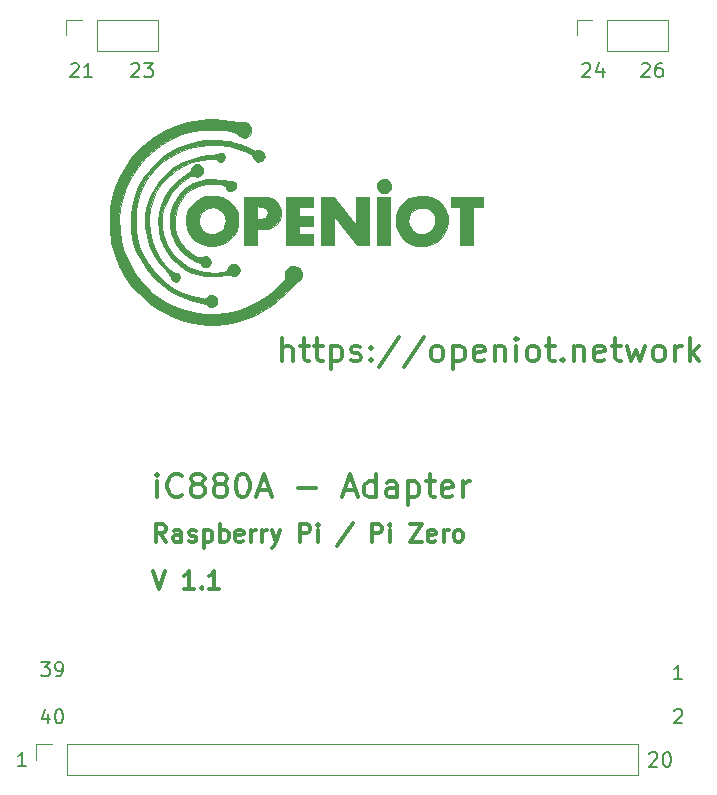
<source format=gto>
G04 #@! TF.GenerationSoftware,KiCad,Pcbnew,(5.0.2)-1*
G04 #@! TF.CreationDate,2019-03-17T11:04:46+01:00*
G04 #@! TF.ProjectId,iC880A_Adapter_V1.1,69433838-3041-45f4-9164-61707465725f,rev?*
G04 #@! TF.SameCoordinates,Original*
G04 #@! TF.FileFunction,Legend,Top*
G04 #@! TF.FilePolarity,Positive*
%FSLAX46Y46*%
G04 Gerber Fmt 4.6, Leading zero omitted, Abs format (unit mm)*
G04 Created by KiCad (PCBNEW (5.0.2)-1) date 17.03.2019 11:04:46*
%MOMM*%
%LPD*%
G01*
G04 APERTURE LIST*
%ADD10C,0.300000*%
%ADD11C,0.200000*%
%ADD12C,0.120000*%
%ADD13C,0.010000*%
%ADD14C,2.802000*%
%ADD15R,1.802000X1.802000*%
%ADD16O,1.802000X1.802000*%
%ADD17C,3.302000*%
G04 APERTURE END LIST*
D10*
X90367777Y-175835251D02*
X90867777Y-177335251D01*
X91367777Y-175835251D01*
X93796348Y-177335251D02*
X92939205Y-177335251D01*
X93367777Y-177335251D02*
X93367777Y-175835251D01*
X93224920Y-176049537D01*
X93082062Y-176192394D01*
X92939205Y-176263822D01*
X94439205Y-177192394D02*
X94510634Y-177263822D01*
X94439205Y-177335251D01*
X94367777Y-177263822D01*
X94439205Y-177192394D01*
X94439205Y-177335251D01*
X95939205Y-177335251D02*
X95082062Y-177335251D01*
X95510634Y-177335251D02*
X95510634Y-175835251D01*
X95367777Y-176049537D01*
X95224920Y-176192394D01*
X95082062Y-176263822D01*
X91439205Y-173335251D02*
X90939205Y-172620965D01*
X90582062Y-173335251D02*
X90582062Y-171835251D01*
X91153491Y-171835251D01*
X91296348Y-171906680D01*
X91367777Y-171978108D01*
X91439205Y-172120965D01*
X91439205Y-172335251D01*
X91367777Y-172478108D01*
X91296348Y-172549537D01*
X91153491Y-172620965D01*
X90582062Y-172620965D01*
X92724920Y-173335251D02*
X92724920Y-172549537D01*
X92653491Y-172406680D01*
X92510634Y-172335251D01*
X92224920Y-172335251D01*
X92082062Y-172406680D01*
X92724920Y-173263822D02*
X92582062Y-173335251D01*
X92224920Y-173335251D01*
X92082062Y-173263822D01*
X92010634Y-173120965D01*
X92010634Y-172978108D01*
X92082062Y-172835251D01*
X92224920Y-172763822D01*
X92582062Y-172763822D01*
X92724920Y-172692394D01*
X93367777Y-173263822D02*
X93510634Y-173335251D01*
X93796348Y-173335251D01*
X93939205Y-173263822D01*
X94010634Y-173120965D01*
X94010634Y-173049537D01*
X93939205Y-172906680D01*
X93796348Y-172835251D01*
X93582062Y-172835251D01*
X93439205Y-172763822D01*
X93367777Y-172620965D01*
X93367777Y-172549537D01*
X93439205Y-172406680D01*
X93582062Y-172335251D01*
X93796348Y-172335251D01*
X93939205Y-172406680D01*
X94653491Y-172335251D02*
X94653491Y-173835251D01*
X94653491Y-172406680D02*
X94796348Y-172335251D01*
X95082062Y-172335251D01*
X95224920Y-172406680D01*
X95296348Y-172478108D01*
X95367777Y-172620965D01*
X95367777Y-173049537D01*
X95296348Y-173192394D01*
X95224920Y-173263822D01*
X95082062Y-173335251D01*
X94796348Y-173335251D01*
X94653491Y-173263822D01*
X96010634Y-173335251D02*
X96010634Y-171835251D01*
X96010634Y-172406680D02*
X96153491Y-172335251D01*
X96439205Y-172335251D01*
X96582062Y-172406680D01*
X96653491Y-172478108D01*
X96724920Y-172620965D01*
X96724920Y-173049537D01*
X96653491Y-173192394D01*
X96582062Y-173263822D01*
X96439205Y-173335251D01*
X96153491Y-173335251D01*
X96010634Y-173263822D01*
X97939205Y-173263822D02*
X97796348Y-173335251D01*
X97510634Y-173335251D01*
X97367777Y-173263822D01*
X97296348Y-173120965D01*
X97296348Y-172549537D01*
X97367777Y-172406680D01*
X97510634Y-172335251D01*
X97796348Y-172335251D01*
X97939205Y-172406680D01*
X98010634Y-172549537D01*
X98010634Y-172692394D01*
X97296348Y-172835251D01*
X98653491Y-173335251D02*
X98653491Y-172335251D01*
X98653491Y-172620965D02*
X98724920Y-172478108D01*
X98796348Y-172406680D01*
X98939205Y-172335251D01*
X99082062Y-172335251D01*
X99582062Y-173335251D02*
X99582062Y-172335251D01*
X99582062Y-172620965D02*
X99653491Y-172478108D01*
X99724920Y-172406680D01*
X99867777Y-172335251D01*
X100010634Y-172335251D01*
X100367777Y-172335251D02*
X100724920Y-173335251D01*
X101082062Y-172335251D02*
X100724920Y-173335251D01*
X100582062Y-173692394D01*
X100510634Y-173763822D01*
X100367777Y-173835251D01*
X102796348Y-173335251D02*
X102796348Y-171835251D01*
X103367777Y-171835251D01*
X103510634Y-171906680D01*
X103582062Y-171978108D01*
X103653491Y-172120965D01*
X103653491Y-172335251D01*
X103582062Y-172478108D01*
X103510634Y-172549537D01*
X103367777Y-172620965D01*
X102796348Y-172620965D01*
X104296348Y-173335251D02*
X104296348Y-172335251D01*
X104296348Y-171835251D02*
X104224920Y-171906680D01*
X104296348Y-171978108D01*
X104367777Y-171906680D01*
X104296348Y-171835251D01*
X104296348Y-171978108D01*
X107224920Y-171763822D02*
X105939205Y-173692394D01*
X108867777Y-173335251D02*
X108867777Y-171835251D01*
X109439205Y-171835251D01*
X109582062Y-171906680D01*
X109653491Y-171978108D01*
X109724920Y-172120965D01*
X109724920Y-172335251D01*
X109653491Y-172478108D01*
X109582062Y-172549537D01*
X109439205Y-172620965D01*
X108867777Y-172620965D01*
X110367777Y-173335251D02*
X110367777Y-172335251D01*
X110367777Y-171835251D02*
X110296348Y-171906680D01*
X110367777Y-171978108D01*
X110439205Y-171906680D01*
X110367777Y-171835251D01*
X110367777Y-171978108D01*
X112082062Y-171835251D02*
X113082062Y-171835251D01*
X112082062Y-173335251D01*
X113082062Y-173335251D01*
X114224920Y-173263822D02*
X114082062Y-173335251D01*
X113796348Y-173335251D01*
X113653491Y-173263822D01*
X113582062Y-173120965D01*
X113582062Y-172549537D01*
X113653491Y-172406680D01*
X113796348Y-172335251D01*
X114082062Y-172335251D01*
X114224920Y-172406680D01*
X114296348Y-172549537D01*
X114296348Y-172692394D01*
X113582062Y-172835251D01*
X114939205Y-173335251D02*
X114939205Y-172335251D01*
X114939205Y-172620965D02*
X115010634Y-172478108D01*
X115082062Y-172406680D01*
X115224920Y-172335251D01*
X115367777Y-172335251D01*
X116082062Y-173335251D02*
X115939205Y-173263822D01*
X115867777Y-173192394D01*
X115796348Y-173049537D01*
X115796348Y-172620965D01*
X115867777Y-172478108D01*
X115939205Y-172406680D01*
X116082062Y-172335251D01*
X116296348Y-172335251D01*
X116439205Y-172406680D01*
X116510634Y-172478108D01*
X116582062Y-172620965D01*
X116582062Y-173049537D01*
X116510634Y-173192394D01*
X116439205Y-173263822D01*
X116296348Y-173335251D01*
X116082062Y-173335251D01*
D11*
X131699714Y-132918142D02*
X131756857Y-132861000D01*
X131871142Y-132803857D01*
X132156857Y-132803857D01*
X132271142Y-132861000D01*
X132328285Y-132918142D01*
X132385428Y-133032428D01*
X132385428Y-133146714D01*
X132328285Y-133318142D01*
X131642571Y-134003857D01*
X132385428Y-134003857D01*
X133414000Y-132803857D02*
X133185428Y-132803857D01*
X133071142Y-132861000D01*
X133014000Y-132918142D01*
X132899714Y-133089571D01*
X132842571Y-133318142D01*
X132842571Y-133775285D01*
X132899714Y-133889571D01*
X132956857Y-133946714D01*
X133071142Y-134003857D01*
X133299714Y-134003857D01*
X133414000Y-133946714D01*
X133471142Y-133889571D01*
X133528285Y-133775285D01*
X133528285Y-133489571D01*
X133471142Y-133375285D01*
X133414000Y-133318142D01*
X133299714Y-133261000D01*
X133071142Y-133261000D01*
X132956857Y-133318142D01*
X132899714Y-133375285D01*
X132842571Y-133489571D01*
X126687714Y-132918142D02*
X126744857Y-132861000D01*
X126859142Y-132803857D01*
X127144857Y-132803857D01*
X127259142Y-132861000D01*
X127316285Y-132918142D01*
X127373428Y-133032428D01*
X127373428Y-133146714D01*
X127316285Y-133318142D01*
X126630571Y-134003857D01*
X127373428Y-134003857D01*
X128402000Y-133203857D02*
X128402000Y-134003857D01*
X128116285Y-132746714D02*
X127830571Y-133603857D01*
X128573428Y-133603857D01*
X88486114Y-132920742D02*
X88543257Y-132863600D01*
X88657542Y-132806457D01*
X88943257Y-132806457D01*
X89057542Y-132863600D01*
X89114685Y-132920742D01*
X89171828Y-133035028D01*
X89171828Y-133149314D01*
X89114685Y-133320742D01*
X88428971Y-134006457D01*
X89171828Y-134006457D01*
X89571828Y-132806457D02*
X90314685Y-132806457D01*
X89914685Y-133263600D01*
X90086114Y-133263600D01*
X90200400Y-133320742D01*
X90257542Y-133377885D01*
X90314685Y-133492171D01*
X90314685Y-133777885D01*
X90257542Y-133892171D01*
X90200400Y-133949314D01*
X90086114Y-134006457D01*
X89743257Y-134006457D01*
X89628971Y-133949314D01*
X89571828Y-133892171D01*
X83379714Y-132920742D02*
X83436857Y-132863600D01*
X83551142Y-132806457D01*
X83836857Y-132806457D01*
X83951142Y-132863600D01*
X84008285Y-132920742D01*
X84065428Y-133035028D01*
X84065428Y-133149314D01*
X84008285Y-133320742D01*
X83322571Y-134006457D01*
X84065428Y-134006457D01*
X85208285Y-134006457D02*
X84522571Y-134006457D01*
X84865428Y-134006457D02*
X84865428Y-132806457D01*
X84751142Y-132977885D01*
X84636857Y-133092171D01*
X84522571Y-133149314D01*
X132353634Y-191287142D02*
X132410777Y-191230000D01*
X132525062Y-191172857D01*
X132810777Y-191172857D01*
X132925062Y-191230000D01*
X132982205Y-191287142D01*
X133039348Y-191401428D01*
X133039348Y-191515714D01*
X132982205Y-191687142D01*
X132296491Y-192372857D01*
X133039348Y-192372857D01*
X133782205Y-191172857D02*
X133896491Y-191172857D01*
X134010777Y-191230000D01*
X134067920Y-191287142D01*
X134125062Y-191401428D01*
X134182205Y-191630000D01*
X134182205Y-191915714D01*
X134125062Y-192144285D01*
X134067920Y-192258571D01*
X134010777Y-192315714D01*
X133896491Y-192372857D01*
X133782205Y-192372857D01*
X133667920Y-192315714D01*
X133610777Y-192258571D01*
X133553634Y-192144285D01*
X133496491Y-191915714D01*
X133496491Y-191630000D01*
X133553634Y-191401428D01*
X133610777Y-191287142D01*
X133667920Y-191230000D01*
X133782205Y-191172857D01*
X79610777Y-192329537D02*
X78925062Y-192329537D01*
X79267920Y-192329537D02*
X79267920Y-191129537D01*
X79153634Y-191300965D01*
X79039348Y-191415251D01*
X78925062Y-191472394D01*
X81465062Y-187921537D02*
X81465062Y-188721537D01*
X81179348Y-187464394D02*
X80893634Y-188321537D01*
X81636491Y-188321537D01*
X82322205Y-187521537D02*
X82436491Y-187521537D01*
X82550777Y-187578680D01*
X82607920Y-187635822D01*
X82665062Y-187750108D01*
X82722205Y-187978680D01*
X82722205Y-188264394D01*
X82665062Y-188492965D01*
X82607920Y-188607251D01*
X82550777Y-188664394D01*
X82436491Y-188721537D01*
X82322205Y-188721537D01*
X82207920Y-188664394D01*
X82150777Y-188607251D01*
X82093634Y-188492965D01*
X82036491Y-188264394D01*
X82036491Y-187978680D01*
X82093634Y-187750108D01*
X82150777Y-187635822D01*
X82207920Y-187578680D01*
X82322205Y-187521537D01*
X80836491Y-183521537D02*
X81579348Y-183521537D01*
X81179348Y-183978680D01*
X81350777Y-183978680D01*
X81465062Y-184035822D01*
X81522205Y-184092965D01*
X81579348Y-184207251D01*
X81579348Y-184492965D01*
X81522205Y-184607251D01*
X81465062Y-184664394D01*
X81350777Y-184721537D01*
X81007920Y-184721537D01*
X80893634Y-184664394D01*
X80836491Y-184607251D01*
X82150777Y-184721537D02*
X82379348Y-184721537D01*
X82493634Y-184664394D01*
X82550777Y-184607251D01*
X82665062Y-184435822D01*
X82722205Y-184207251D01*
X82722205Y-183750108D01*
X82665062Y-183635822D01*
X82607920Y-183578680D01*
X82493634Y-183521537D01*
X82265062Y-183521537D01*
X82150777Y-183578680D01*
X82093634Y-183635822D01*
X82036491Y-183750108D01*
X82036491Y-184035822D01*
X82093634Y-184150108D01*
X82150777Y-184207251D01*
X82265062Y-184264394D01*
X82493634Y-184264394D01*
X82607920Y-184207251D01*
X82665062Y-184150108D01*
X82722205Y-184035822D01*
X134475062Y-187635822D02*
X134532205Y-187578680D01*
X134646491Y-187521537D01*
X134932205Y-187521537D01*
X135046491Y-187578680D01*
X135103634Y-187635822D01*
X135160777Y-187750108D01*
X135160777Y-187864394D01*
X135103634Y-188035822D01*
X134417920Y-188721537D01*
X135160777Y-188721537D01*
D10*
X90701110Y-169561441D02*
X90701110Y-168228108D01*
X90701110Y-167561441D02*
X90605872Y-167656680D01*
X90701110Y-167751918D01*
X90796348Y-167656680D01*
X90701110Y-167561441D01*
X90701110Y-167751918D01*
X92796348Y-169370965D02*
X92701110Y-169466203D01*
X92415396Y-169561441D01*
X92224920Y-169561441D01*
X91939205Y-169466203D01*
X91748729Y-169275727D01*
X91653491Y-169085251D01*
X91558253Y-168704299D01*
X91558253Y-168418584D01*
X91653491Y-168037632D01*
X91748729Y-167847156D01*
X91939205Y-167656680D01*
X92224920Y-167561441D01*
X92415396Y-167561441D01*
X92701110Y-167656680D01*
X92796348Y-167751918D01*
X93939205Y-168418584D02*
X93748729Y-168323346D01*
X93653491Y-168228108D01*
X93558253Y-168037632D01*
X93558253Y-167942394D01*
X93653491Y-167751918D01*
X93748729Y-167656680D01*
X93939205Y-167561441D01*
X94320158Y-167561441D01*
X94510634Y-167656680D01*
X94605872Y-167751918D01*
X94701110Y-167942394D01*
X94701110Y-168037632D01*
X94605872Y-168228108D01*
X94510634Y-168323346D01*
X94320158Y-168418584D01*
X93939205Y-168418584D01*
X93748729Y-168513822D01*
X93653491Y-168609060D01*
X93558253Y-168799537D01*
X93558253Y-169180489D01*
X93653491Y-169370965D01*
X93748729Y-169466203D01*
X93939205Y-169561441D01*
X94320158Y-169561441D01*
X94510634Y-169466203D01*
X94605872Y-169370965D01*
X94701110Y-169180489D01*
X94701110Y-168799537D01*
X94605872Y-168609060D01*
X94510634Y-168513822D01*
X94320158Y-168418584D01*
X95843967Y-168418584D02*
X95653491Y-168323346D01*
X95558253Y-168228108D01*
X95463015Y-168037632D01*
X95463015Y-167942394D01*
X95558253Y-167751918D01*
X95653491Y-167656680D01*
X95843967Y-167561441D01*
X96224920Y-167561441D01*
X96415396Y-167656680D01*
X96510634Y-167751918D01*
X96605872Y-167942394D01*
X96605872Y-168037632D01*
X96510634Y-168228108D01*
X96415396Y-168323346D01*
X96224920Y-168418584D01*
X95843967Y-168418584D01*
X95653491Y-168513822D01*
X95558253Y-168609060D01*
X95463015Y-168799537D01*
X95463015Y-169180489D01*
X95558253Y-169370965D01*
X95653491Y-169466203D01*
X95843967Y-169561441D01*
X96224920Y-169561441D01*
X96415396Y-169466203D01*
X96510634Y-169370965D01*
X96605872Y-169180489D01*
X96605872Y-168799537D01*
X96510634Y-168609060D01*
X96415396Y-168513822D01*
X96224920Y-168418584D01*
X97843967Y-167561441D02*
X98034443Y-167561441D01*
X98224920Y-167656680D01*
X98320158Y-167751918D01*
X98415396Y-167942394D01*
X98510634Y-168323346D01*
X98510634Y-168799537D01*
X98415396Y-169180489D01*
X98320158Y-169370965D01*
X98224920Y-169466203D01*
X98034443Y-169561441D01*
X97843967Y-169561441D01*
X97653491Y-169466203D01*
X97558253Y-169370965D01*
X97463015Y-169180489D01*
X97367777Y-168799537D01*
X97367777Y-168323346D01*
X97463015Y-167942394D01*
X97558253Y-167751918D01*
X97653491Y-167656680D01*
X97843967Y-167561441D01*
X99272539Y-168990013D02*
X100224920Y-168990013D01*
X99082062Y-169561441D02*
X99748729Y-167561441D01*
X100415396Y-169561441D01*
X102605872Y-168799537D02*
X104129681Y-168799537D01*
X106510634Y-168990013D02*
X107463015Y-168990013D01*
X106320158Y-169561441D02*
X106986824Y-167561441D01*
X107653491Y-169561441D01*
X109177300Y-169561441D02*
X109177300Y-167561441D01*
X109177300Y-169466203D02*
X108986824Y-169561441D01*
X108605872Y-169561441D01*
X108415396Y-169466203D01*
X108320158Y-169370965D01*
X108224920Y-169180489D01*
X108224920Y-168609060D01*
X108320158Y-168418584D01*
X108415396Y-168323346D01*
X108605872Y-168228108D01*
X108986824Y-168228108D01*
X109177300Y-168323346D01*
X110986824Y-169561441D02*
X110986824Y-168513822D01*
X110891586Y-168323346D01*
X110701110Y-168228108D01*
X110320158Y-168228108D01*
X110129681Y-168323346D01*
X110986824Y-169466203D02*
X110796348Y-169561441D01*
X110320158Y-169561441D01*
X110129681Y-169466203D01*
X110034443Y-169275727D01*
X110034443Y-169085251D01*
X110129681Y-168894775D01*
X110320158Y-168799537D01*
X110796348Y-168799537D01*
X110986824Y-168704299D01*
X111939205Y-168228108D02*
X111939205Y-170228108D01*
X111939205Y-168323346D02*
X112129681Y-168228108D01*
X112510634Y-168228108D01*
X112701110Y-168323346D01*
X112796348Y-168418584D01*
X112891586Y-168609060D01*
X112891586Y-169180489D01*
X112796348Y-169370965D01*
X112701110Y-169466203D01*
X112510634Y-169561441D01*
X112129681Y-169561441D01*
X111939205Y-169466203D01*
X113463015Y-168228108D02*
X114224920Y-168228108D01*
X113748729Y-167561441D02*
X113748729Y-169275727D01*
X113843967Y-169466203D01*
X114034443Y-169561441D01*
X114224920Y-169561441D01*
X115653491Y-169466203D02*
X115463015Y-169561441D01*
X115082062Y-169561441D01*
X114891586Y-169466203D01*
X114796348Y-169275727D01*
X114796348Y-168513822D01*
X114891586Y-168323346D01*
X115082062Y-168228108D01*
X115463015Y-168228108D01*
X115653491Y-168323346D01*
X115748729Y-168513822D01*
X115748729Y-168704299D01*
X114796348Y-168894775D01*
X116605872Y-169561441D02*
X116605872Y-168228108D01*
X116605872Y-168609060D02*
X116701110Y-168418584D01*
X116796348Y-168323346D01*
X116986824Y-168228108D01*
X117177300Y-168228108D01*
X101292971Y-158063761D02*
X101292971Y-156063761D01*
X102150114Y-158063761D02*
X102150114Y-157016142D01*
X102054876Y-156825666D01*
X101864400Y-156730428D01*
X101578685Y-156730428D01*
X101388209Y-156825666D01*
X101292971Y-156920904D01*
X102816780Y-156730428D02*
X103578685Y-156730428D01*
X103102495Y-156063761D02*
X103102495Y-157778047D01*
X103197733Y-157968523D01*
X103388209Y-158063761D01*
X103578685Y-158063761D01*
X103959638Y-156730428D02*
X104721542Y-156730428D01*
X104245352Y-156063761D02*
X104245352Y-157778047D01*
X104340590Y-157968523D01*
X104531066Y-158063761D01*
X104721542Y-158063761D01*
X105388209Y-156730428D02*
X105388209Y-158730428D01*
X105388209Y-156825666D02*
X105578685Y-156730428D01*
X105959638Y-156730428D01*
X106150114Y-156825666D01*
X106245352Y-156920904D01*
X106340590Y-157111380D01*
X106340590Y-157682809D01*
X106245352Y-157873285D01*
X106150114Y-157968523D01*
X105959638Y-158063761D01*
X105578685Y-158063761D01*
X105388209Y-157968523D01*
X107102495Y-157968523D02*
X107292971Y-158063761D01*
X107673923Y-158063761D01*
X107864400Y-157968523D01*
X107959638Y-157778047D01*
X107959638Y-157682809D01*
X107864400Y-157492333D01*
X107673923Y-157397095D01*
X107388209Y-157397095D01*
X107197733Y-157301857D01*
X107102495Y-157111380D01*
X107102495Y-157016142D01*
X107197733Y-156825666D01*
X107388209Y-156730428D01*
X107673923Y-156730428D01*
X107864400Y-156825666D01*
X108816780Y-157873285D02*
X108912019Y-157968523D01*
X108816780Y-158063761D01*
X108721542Y-157968523D01*
X108816780Y-157873285D01*
X108816780Y-158063761D01*
X108816780Y-156825666D02*
X108912019Y-156920904D01*
X108816780Y-157016142D01*
X108721542Y-156920904D01*
X108816780Y-156825666D01*
X108816780Y-157016142D01*
X111197733Y-155968523D02*
X109483447Y-158539952D01*
X113292971Y-155968523D02*
X111578685Y-158539952D01*
X114245352Y-158063761D02*
X114054876Y-157968523D01*
X113959638Y-157873285D01*
X113864400Y-157682809D01*
X113864400Y-157111380D01*
X113959638Y-156920904D01*
X114054876Y-156825666D01*
X114245352Y-156730428D01*
X114531066Y-156730428D01*
X114721542Y-156825666D01*
X114816780Y-156920904D01*
X114912019Y-157111380D01*
X114912019Y-157682809D01*
X114816780Y-157873285D01*
X114721542Y-157968523D01*
X114531066Y-158063761D01*
X114245352Y-158063761D01*
X115769161Y-156730428D02*
X115769161Y-158730428D01*
X115769161Y-156825666D02*
X115959638Y-156730428D01*
X116340590Y-156730428D01*
X116531066Y-156825666D01*
X116626304Y-156920904D01*
X116721542Y-157111380D01*
X116721542Y-157682809D01*
X116626304Y-157873285D01*
X116531066Y-157968523D01*
X116340590Y-158063761D01*
X115959638Y-158063761D01*
X115769161Y-157968523D01*
X118340590Y-157968523D02*
X118150114Y-158063761D01*
X117769161Y-158063761D01*
X117578685Y-157968523D01*
X117483447Y-157778047D01*
X117483447Y-157016142D01*
X117578685Y-156825666D01*
X117769161Y-156730428D01*
X118150114Y-156730428D01*
X118340590Y-156825666D01*
X118435828Y-157016142D01*
X118435828Y-157206619D01*
X117483447Y-157397095D01*
X119292971Y-156730428D02*
X119292971Y-158063761D01*
X119292971Y-156920904D02*
X119388209Y-156825666D01*
X119578685Y-156730428D01*
X119864400Y-156730428D01*
X120054876Y-156825666D01*
X120150114Y-157016142D01*
X120150114Y-158063761D01*
X121102495Y-158063761D02*
X121102495Y-156730428D01*
X121102495Y-156063761D02*
X121007257Y-156159000D01*
X121102495Y-156254238D01*
X121197733Y-156159000D01*
X121102495Y-156063761D01*
X121102495Y-156254238D01*
X122340590Y-158063761D02*
X122150114Y-157968523D01*
X122054876Y-157873285D01*
X121959638Y-157682809D01*
X121959638Y-157111380D01*
X122054876Y-156920904D01*
X122150114Y-156825666D01*
X122340590Y-156730428D01*
X122626304Y-156730428D01*
X122816780Y-156825666D01*
X122912019Y-156920904D01*
X123007257Y-157111380D01*
X123007257Y-157682809D01*
X122912019Y-157873285D01*
X122816780Y-157968523D01*
X122626304Y-158063761D01*
X122340590Y-158063761D01*
X123578685Y-156730428D02*
X124340590Y-156730428D01*
X123864400Y-156063761D02*
X123864400Y-157778047D01*
X123959638Y-157968523D01*
X124150114Y-158063761D01*
X124340590Y-158063761D01*
X125007257Y-157873285D02*
X125102495Y-157968523D01*
X125007257Y-158063761D01*
X124912019Y-157968523D01*
X125007257Y-157873285D01*
X125007257Y-158063761D01*
X125959638Y-156730428D02*
X125959638Y-158063761D01*
X125959638Y-156920904D02*
X126054876Y-156825666D01*
X126245352Y-156730428D01*
X126531066Y-156730428D01*
X126721542Y-156825666D01*
X126816780Y-157016142D01*
X126816780Y-158063761D01*
X128531066Y-157968523D02*
X128340590Y-158063761D01*
X127959638Y-158063761D01*
X127769161Y-157968523D01*
X127673923Y-157778047D01*
X127673923Y-157016142D01*
X127769161Y-156825666D01*
X127959638Y-156730428D01*
X128340590Y-156730428D01*
X128531066Y-156825666D01*
X128626304Y-157016142D01*
X128626304Y-157206619D01*
X127673923Y-157397095D01*
X129197733Y-156730428D02*
X129959638Y-156730428D01*
X129483447Y-156063761D02*
X129483447Y-157778047D01*
X129578685Y-157968523D01*
X129769161Y-158063761D01*
X129959638Y-158063761D01*
X130435828Y-156730428D02*
X130816780Y-158063761D01*
X131197733Y-157111380D01*
X131578685Y-158063761D01*
X131959638Y-156730428D01*
X133007257Y-158063761D02*
X132816780Y-157968523D01*
X132721542Y-157873285D01*
X132626304Y-157682809D01*
X132626304Y-157111380D01*
X132721542Y-156920904D01*
X132816780Y-156825666D01*
X133007257Y-156730428D01*
X133292971Y-156730428D01*
X133483447Y-156825666D01*
X133578685Y-156920904D01*
X133673923Y-157111380D01*
X133673923Y-157682809D01*
X133578685Y-157873285D01*
X133483447Y-157968523D01*
X133292971Y-158063761D01*
X133007257Y-158063761D01*
X134531066Y-158063761D02*
X134531066Y-156730428D01*
X134531066Y-157111380D02*
X134626304Y-156920904D01*
X134721542Y-156825666D01*
X134912019Y-156730428D01*
X135102495Y-156730428D01*
X135769161Y-158063761D02*
X135769161Y-156063761D01*
X135959638Y-157301857D02*
X136531066Y-158063761D01*
X136531066Y-156730428D02*
X135769161Y-157492333D01*
D11*
X135160777Y-184971537D02*
X134475062Y-184971537D01*
X134817920Y-184971537D02*
X134817920Y-183771537D01*
X134703634Y-183942965D01*
X134589348Y-184057251D01*
X134475062Y-184114394D01*
D12*
G04 #@! TO.C,J2*
X80437920Y-191786680D02*
X80437920Y-190456680D01*
X80437920Y-190456680D02*
X81767920Y-190456680D01*
X83037920Y-190456680D02*
X131357920Y-190456680D01*
X131357920Y-193116680D02*
X131357920Y-190456680D01*
X83037920Y-193116680D02*
X131357920Y-193116680D01*
X83037920Y-193116680D02*
X83037920Y-190456680D01*
G04 #@! TO.C,J3*
X85590400Y-131793600D02*
X85590400Y-129133600D01*
X85590400Y-131793600D02*
X90730400Y-131793600D01*
X90730400Y-131793600D02*
X90730400Y-129133600D01*
X85590400Y-129133600D02*
X90730400Y-129133600D01*
X82990400Y-129133600D02*
X84320400Y-129133600D01*
X82990400Y-130463600D02*
X82990400Y-129133600D01*
G04 #@! TO.C,J4*
X126204000Y-130461000D02*
X126204000Y-129131000D01*
X126204000Y-129131000D02*
X127534000Y-129131000D01*
X128804000Y-129131000D02*
X133944000Y-129131000D01*
X133944000Y-131791000D02*
X133944000Y-129131000D01*
X128804000Y-131791000D02*
X133944000Y-131791000D01*
X128804000Y-131791000D02*
X128804000Y-129131000D01*
D13*
G04 #@! TO.C,G\002A\002A\002A*
G36*
X110045731Y-142638287D02*
X110252439Y-142728757D01*
X110415792Y-142884108D01*
X110508783Y-143099742D01*
X110520500Y-143220750D01*
X110464678Y-143463958D01*
X110317496Y-143656226D01*
X110109381Y-143782632D01*
X109870758Y-143828254D01*
X109632054Y-143778168D01*
X109520428Y-143711230D01*
X109371258Y-143522242D01*
X109303725Y-143270721D01*
X109325500Y-143017220D01*
X109435551Y-142802165D01*
X109610279Y-142670391D01*
X109822675Y-142617298D01*
X110045731Y-142638287D01*
X110045731Y-142638287D01*
G37*
X110045731Y-142638287D02*
X110252439Y-142728757D01*
X110415792Y-142884108D01*
X110508783Y-143099742D01*
X110520500Y-143220750D01*
X110464678Y-143463958D01*
X110317496Y-143656226D01*
X110109381Y-143782632D01*
X109870758Y-143828254D01*
X109632054Y-143778168D01*
X109520428Y-143711230D01*
X109371258Y-143522242D01*
X109303725Y-143270721D01*
X109325500Y-143017220D01*
X109435551Y-142802165D01*
X109610279Y-142670391D01*
X109822675Y-142617298D01*
X110045731Y-142638287D01*
G36*
X118267500Y-145030500D02*
X117442000Y-145030500D01*
X117442000Y-148205500D01*
X116362500Y-148205500D01*
X116362500Y-145030500D01*
X115537000Y-145030500D01*
X115537000Y-144141500D01*
X118267500Y-144141500D01*
X118267500Y-145030500D01*
X118267500Y-145030500D01*
G37*
X118267500Y-145030500D02*
X117442000Y-145030500D01*
X117442000Y-148205500D01*
X116362500Y-148205500D01*
X116362500Y-145030500D01*
X115537000Y-145030500D01*
X115537000Y-144141500D01*
X118267500Y-144141500D01*
X118267500Y-145030500D01*
G36*
X110393500Y-148205500D02*
X109314000Y-148205500D01*
X109314000Y-144141500D01*
X110393500Y-144141500D01*
X110393500Y-148205500D01*
X110393500Y-148205500D01*
G37*
X110393500Y-148205500D02*
X109314000Y-148205500D01*
X109314000Y-144141500D01*
X110393500Y-144141500D01*
X110393500Y-148205500D01*
G36*
X105102061Y-144154902D02*
X105652623Y-144173250D01*
X106578436Y-145360784D01*
X107504250Y-146548319D01*
X107521496Y-145344909D01*
X107538742Y-144141500D01*
X108615500Y-144141500D01*
X108615500Y-148205500D01*
X107567750Y-148201444D01*
X106615250Y-146958830D01*
X105662750Y-145716215D01*
X105645532Y-146960857D01*
X105628315Y-148205500D01*
X104551500Y-148205500D01*
X104551500Y-144136555D01*
X105102061Y-144154902D01*
X105102061Y-144154902D01*
G37*
X105102061Y-144154902D02*
X105652623Y-144173250D01*
X106578436Y-145360784D01*
X107504250Y-146548319D01*
X107521496Y-145344909D01*
X107538742Y-144141500D01*
X108615500Y-144141500D01*
X108615500Y-148205500D01*
X107567750Y-148201444D01*
X106615250Y-146958830D01*
X105662750Y-145716215D01*
X105645532Y-146960857D01*
X105628315Y-148205500D01*
X104551500Y-148205500D01*
X104551500Y-144136555D01*
X105102061Y-144154902D01*
G36*
X103916500Y-145030500D02*
X102710000Y-145030500D01*
X102710000Y-145729000D01*
X103853000Y-145729000D01*
X103853000Y-146618000D01*
X102710000Y-146618000D01*
X102710000Y-147316500D01*
X103916500Y-147316500D01*
X103916500Y-148205500D01*
X101630500Y-148205500D01*
X101630500Y-144141500D01*
X103916500Y-144141500D01*
X103916500Y-145030500D01*
X103916500Y-145030500D01*
G37*
X103916500Y-145030500D02*
X102710000Y-145030500D01*
X102710000Y-145729000D01*
X103853000Y-145729000D01*
X103853000Y-146618000D01*
X102710000Y-146618000D01*
X102710000Y-147316500D01*
X103916500Y-147316500D01*
X103916500Y-148205500D01*
X101630500Y-148205500D01*
X101630500Y-144141500D01*
X103916500Y-144141500D01*
X103916500Y-145030500D01*
G36*
X99169875Y-144151091D02*
X99568930Y-144159914D01*
X99863754Y-144169987D01*
X100077101Y-144184562D01*
X100231725Y-144206886D01*
X100350379Y-144240210D01*
X100455817Y-144287783D01*
X100566982Y-144350614D01*
X100850024Y-144571976D01*
X101035389Y-144853280D01*
X101131320Y-145210467D01*
X101149497Y-145476611D01*
X101137343Y-145766933D01*
X101083536Y-145999627D01*
X100993011Y-146204373D01*
X100829187Y-146450225D01*
X100615159Y-146628635D01*
X100330250Y-146749988D01*
X99953782Y-146824670D01*
X99709625Y-146848912D01*
X99154000Y-146890735D01*
X99154000Y-148205500D01*
X98074500Y-148205500D01*
X98074500Y-145983000D01*
X99154000Y-145983000D01*
X99471500Y-145983000D01*
X99711596Y-145963060D01*
X99869833Y-145895638D01*
X99916000Y-145856000D01*
X100013826Y-145684378D01*
X100044325Y-145467842D01*
X100006849Y-145260055D01*
X99924708Y-145133631D01*
X99793683Y-145063744D01*
X99593681Y-145006546D01*
X99480208Y-144987944D01*
X99154000Y-144949310D01*
X99154000Y-145983000D01*
X98074500Y-145983000D01*
X98074500Y-144128933D01*
X99169875Y-144151091D01*
X99169875Y-144151091D01*
G37*
X99169875Y-144151091D02*
X99568930Y-144159914D01*
X99863754Y-144169987D01*
X100077101Y-144184562D01*
X100231725Y-144206886D01*
X100350379Y-144240210D01*
X100455817Y-144287783D01*
X100566982Y-144350614D01*
X100850024Y-144571976D01*
X101035389Y-144853280D01*
X101131320Y-145210467D01*
X101149497Y-145476611D01*
X101137343Y-145766933D01*
X101083536Y-145999627D01*
X100993011Y-146204373D01*
X100829187Y-146450225D01*
X100615159Y-146628635D01*
X100330250Y-146749988D01*
X99953782Y-146824670D01*
X99709625Y-146848912D01*
X99154000Y-146890735D01*
X99154000Y-148205500D01*
X98074500Y-148205500D01*
X98074500Y-145983000D01*
X99154000Y-145983000D01*
X99471500Y-145983000D01*
X99711596Y-145963060D01*
X99869833Y-145895638D01*
X99916000Y-145856000D01*
X100013826Y-145684378D01*
X100044325Y-145467842D01*
X100006849Y-145260055D01*
X99924708Y-145133631D01*
X99793683Y-145063744D01*
X99593681Y-145006546D01*
X99480208Y-144987944D01*
X99154000Y-144949310D01*
X99154000Y-145983000D01*
X98074500Y-145983000D01*
X98074500Y-144128933D01*
X99169875Y-144151091D01*
G36*
X113378399Y-144049915D02*
X113831845Y-144148541D01*
X114257895Y-144333567D01*
X114639533Y-144604788D01*
X114959742Y-144961998D01*
X115171412Y-145334206D01*
X115291090Y-145749587D01*
X115310848Y-146205824D01*
X115236276Y-146673080D01*
X115072962Y-147121523D01*
X114826496Y-147521317D01*
X114743042Y-147620818D01*
X114390568Y-147922644D01*
X113961042Y-148145098D01*
X113482785Y-148279695D01*
X112984118Y-148317956D01*
X112574327Y-148270327D01*
X112102576Y-148107287D01*
X111677836Y-147838090D01*
X111323104Y-147481291D01*
X111061376Y-147055440D01*
X111057302Y-147046464D01*
X110911343Y-146589717D01*
X110873521Y-146205504D01*
X111945300Y-146205504D01*
X112029975Y-146554850D01*
X112231264Y-146885393D01*
X112277672Y-146939228D01*
X112567858Y-147177134D01*
X112894204Y-147295737D01*
X113244288Y-147292180D01*
X113490297Y-147218219D01*
X113830789Y-147017996D01*
X114066199Y-146746673D01*
X114195259Y-146406143D01*
X114221642Y-146128317D01*
X114166948Y-145785571D01*
X114016999Y-145499643D01*
X113793000Y-145276688D01*
X113516154Y-145122861D01*
X113207662Y-145044316D01*
X112888729Y-145047208D01*
X112580557Y-145137692D01*
X112304349Y-145321922D01*
X112133104Y-145522073D01*
X111979067Y-145855274D01*
X111945300Y-146205504D01*
X110873521Y-146205504D01*
X110864016Y-146108949D01*
X110915770Y-145640283D01*
X111035335Y-145284113D01*
X111295809Y-144860007D01*
X111630986Y-144523539D01*
X112023850Y-144274502D01*
X112457385Y-144112689D01*
X112914573Y-144037896D01*
X113378399Y-144049915D01*
X113378399Y-144049915D01*
G37*
X113378399Y-144049915D02*
X113831845Y-144148541D01*
X114257895Y-144333567D01*
X114639533Y-144604788D01*
X114959742Y-144961998D01*
X115171412Y-145334206D01*
X115291090Y-145749587D01*
X115310848Y-146205824D01*
X115236276Y-146673080D01*
X115072962Y-147121523D01*
X114826496Y-147521317D01*
X114743042Y-147620818D01*
X114390568Y-147922644D01*
X113961042Y-148145098D01*
X113482785Y-148279695D01*
X112984118Y-148317956D01*
X112574327Y-148270327D01*
X112102576Y-148107287D01*
X111677836Y-147838090D01*
X111323104Y-147481291D01*
X111061376Y-147055440D01*
X111057302Y-147046464D01*
X110911343Y-146589717D01*
X110873521Y-146205504D01*
X111945300Y-146205504D01*
X112029975Y-146554850D01*
X112231264Y-146885393D01*
X112277672Y-146939228D01*
X112567858Y-147177134D01*
X112894204Y-147295737D01*
X113244288Y-147292180D01*
X113490297Y-147218219D01*
X113830789Y-147017996D01*
X114066199Y-146746673D01*
X114195259Y-146406143D01*
X114221642Y-146128317D01*
X114166948Y-145785571D01*
X114016999Y-145499643D01*
X113793000Y-145276688D01*
X113516154Y-145122861D01*
X113207662Y-145044316D01*
X112888729Y-145047208D01*
X112580557Y-145137692D01*
X112304349Y-145321922D01*
X112133104Y-145522073D01*
X111979067Y-145855274D01*
X111945300Y-146205504D01*
X110873521Y-146205504D01*
X110864016Y-146108949D01*
X110915770Y-145640283D01*
X111035335Y-145284113D01*
X111295809Y-144860007D01*
X111630986Y-144523539D01*
X112023850Y-144274502D01*
X112457385Y-144112689D01*
X112914573Y-144037896D01*
X113378399Y-144049915D01*
G36*
X95651753Y-144051818D02*
X95875684Y-144071421D01*
X96058730Y-144113638D01*
X96243832Y-144185901D01*
X96304120Y-144213582D01*
X96772140Y-144497494D01*
X97145420Y-144865635D01*
X97348182Y-145169974D01*
X97437251Y-145342462D01*
X97492498Y-145494426D01*
X97521850Y-145665840D01*
X97533231Y-145896677D01*
X97534750Y-146110963D01*
X97530953Y-146407669D01*
X97513540Y-146621888D01*
X97473473Y-146798047D01*
X97401717Y-146980577D01*
X97325213Y-147141177D01*
X97053153Y-147568531D01*
X96703059Y-147897219D01*
X96267152Y-148134374D01*
X96223174Y-148151575D01*
X95858949Y-148252151D01*
X95455860Y-148302724D01*
X95066054Y-148299781D01*
X94772500Y-148249294D01*
X94255125Y-148044475D01*
X93831821Y-147755496D01*
X93499108Y-147379519D01*
X93317989Y-147062500D01*
X93233781Y-146862810D01*
X93183702Y-146674243D01*
X93159582Y-146451134D01*
X93153251Y-146147815D01*
X93153250Y-146141750D01*
X93156151Y-145979097D01*
X94213113Y-145979097D01*
X94222720Y-146310631D01*
X94326796Y-146634777D01*
X94514708Y-146921690D01*
X94775824Y-147141530D01*
X94846685Y-147180246D01*
X95191778Y-147297506D01*
X95525816Y-147294349D01*
X95772340Y-147218828D01*
X96100345Y-147018657D01*
X96333581Y-146738461D01*
X96462937Y-146391982D01*
X96487000Y-146141126D01*
X96446618Y-145821345D01*
X96314255Y-145549907D01*
X96078851Y-145297058D01*
X95780623Y-145112678D01*
X95449112Y-145035658D01*
X95109607Y-145060669D01*
X94787397Y-145182384D01*
X94507769Y-145395475D01*
X94308608Y-145670015D01*
X94213113Y-145979097D01*
X93156151Y-145979097D01*
X93158558Y-145844169D01*
X93180285Y-145627773D01*
X93227132Y-145446981D01*
X93307801Y-145256212D01*
X93331745Y-145206760D01*
X93602987Y-144797376D01*
X93980197Y-144454757D01*
X94391500Y-144214109D01*
X94582961Y-144132248D01*
X94762765Y-144082223D01*
X94973564Y-144056567D01*
X95258010Y-144047815D01*
X95344000Y-144047397D01*
X95651753Y-144051818D01*
X95651753Y-144051818D01*
G37*
X95651753Y-144051818D02*
X95875684Y-144071421D01*
X96058730Y-144113638D01*
X96243832Y-144185901D01*
X96304120Y-144213582D01*
X96772140Y-144497494D01*
X97145420Y-144865635D01*
X97348182Y-145169974D01*
X97437251Y-145342462D01*
X97492498Y-145494426D01*
X97521850Y-145665840D01*
X97533231Y-145896677D01*
X97534750Y-146110963D01*
X97530953Y-146407669D01*
X97513540Y-146621888D01*
X97473473Y-146798047D01*
X97401717Y-146980577D01*
X97325213Y-147141177D01*
X97053153Y-147568531D01*
X96703059Y-147897219D01*
X96267152Y-148134374D01*
X96223174Y-148151575D01*
X95858949Y-148252151D01*
X95455860Y-148302724D01*
X95066054Y-148299781D01*
X94772500Y-148249294D01*
X94255125Y-148044475D01*
X93831821Y-147755496D01*
X93499108Y-147379519D01*
X93317989Y-147062500D01*
X93233781Y-146862810D01*
X93183702Y-146674243D01*
X93159582Y-146451134D01*
X93153251Y-146147815D01*
X93153250Y-146141750D01*
X93156151Y-145979097D01*
X94213113Y-145979097D01*
X94222720Y-146310631D01*
X94326796Y-146634777D01*
X94514708Y-146921690D01*
X94775824Y-147141530D01*
X94846685Y-147180246D01*
X95191778Y-147297506D01*
X95525816Y-147294349D01*
X95772340Y-147218828D01*
X96100345Y-147018657D01*
X96333581Y-146738461D01*
X96462937Y-146391982D01*
X96487000Y-146141126D01*
X96446618Y-145821345D01*
X96314255Y-145549907D01*
X96078851Y-145297058D01*
X95780623Y-145112678D01*
X95449112Y-145035658D01*
X95109607Y-145060669D01*
X94787397Y-145182384D01*
X94507769Y-145395475D01*
X94308608Y-145670015D01*
X94213113Y-145979097D01*
X93156151Y-145979097D01*
X93158558Y-145844169D01*
X93180285Y-145627773D01*
X93227132Y-145446981D01*
X93307801Y-145256212D01*
X93331745Y-145206760D01*
X93602987Y-144797376D01*
X93980197Y-144454757D01*
X94391500Y-144214109D01*
X94582961Y-144132248D01*
X94762765Y-144082223D01*
X94973564Y-144056567D01*
X95258010Y-144047815D01*
X95344000Y-144047397D01*
X95651753Y-144051818D01*
G36*
X95867875Y-142679759D02*
X96167354Y-142721334D01*
X96470255Y-142749085D01*
X96716073Y-142757629D01*
X96737729Y-142757144D01*
X97040979Y-142773098D01*
X97240276Y-142848616D01*
X97347749Y-142991745D01*
X97376000Y-143180622D01*
X97326438Y-143423711D01*
X97186326Y-143585917D01*
X96968521Y-143653529D01*
X96931500Y-143654666D01*
X96749646Y-143614468D01*
X96590188Y-143514653D01*
X96496418Y-143386387D01*
X96487000Y-143334668D01*
X96427622Y-143235428D01*
X96265133Y-143150355D01*
X96022997Y-143083247D01*
X95724677Y-143037899D01*
X95393639Y-143018109D01*
X95053346Y-143027674D01*
X94786940Y-143059564D01*
X94163867Y-143223688D01*
X93611892Y-143488867D01*
X93138293Y-143846356D01*
X92750347Y-144287411D01*
X92455332Y-144803287D01*
X92260525Y-145385240D01*
X92173204Y-146024524D01*
X92169000Y-146205249D01*
X92226599Y-146860372D01*
X92395955Y-147463707D01*
X92671899Y-148006707D01*
X93049265Y-148480824D01*
X93522887Y-148877510D01*
X93926915Y-149113519D01*
X94140245Y-149215157D01*
X94284120Y-149264798D01*
X94401470Y-149269588D01*
X94535228Y-149236674D01*
X94579865Y-149222204D01*
X94753622Y-149173570D01*
X94868451Y-149178556D01*
X94983058Y-149242909D01*
X95012700Y-149264584D01*
X95156770Y-149438151D01*
X95212072Y-149652050D01*
X95173681Y-149862734D01*
X95093617Y-149979882D01*
X94899351Y-150091066D01*
X94657399Y-150085336D01*
X94539959Y-150047086D01*
X94411917Y-149947942D01*
X94360570Y-149859084D01*
X94270643Y-149749526D01*
X94072528Y-149621530D01*
X93906488Y-149539642D01*
X93318435Y-149207415D01*
X92816000Y-148790006D01*
X92404413Y-148300550D01*
X92088900Y-147752180D01*
X91874691Y-147158032D01*
X91767014Y-146531241D01*
X91771095Y-145884941D01*
X91892165Y-145232268D01*
X92030124Y-144825551D01*
X92328479Y-144245732D01*
X92719784Y-143742260D01*
X93190067Y-143322948D01*
X93725359Y-142995605D01*
X94311689Y-142768044D01*
X94935086Y-142648076D01*
X95581580Y-142643511D01*
X95867875Y-142679759D01*
X95867875Y-142679759D01*
G37*
X95867875Y-142679759D02*
X96167354Y-142721334D01*
X96470255Y-142749085D01*
X96716073Y-142757629D01*
X96737729Y-142757144D01*
X97040979Y-142773098D01*
X97240276Y-142848616D01*
X97347749Y-142991745D01*
X97376000Y-143180622D01*
X97326438Y-143423711D01*
X97186326Y-143585917D01*
X96968521Y-143653529D01*
X96931500Y-143654666D01*
X96749646Y-143614468D01*
X96590188Y-143514653D01*
X96496418Y-143386387D01*
X96487000Y-143334668D01*
X96427622Y-143235428D01*
X96265133Y-143150355D01*
X96022997Y-143083247D01*
X95724677Y-143037899D01*
X95393639Y-143018109D01*
X95053346Y-143027674D01*
X94786940Y-143059564D01*
X94163867Y-143223688D01*
X93611892Y-143488867D01*
X93138293Y-143846356D01*
X92750347Y-144287411D01*
X92455332Y-144803287D01*
X92260525Y-145385240D01*
X92173204Y-146024524D01*
X92169000Y-146205249D01*
X92226599Y-146860372D01*
X92395955Y-147463707D01*
X92671899Y-148006707D01*
X93049265Y-148480824D01*
X93522887Y-148877510D01*
X93926915Y-149113519D01*
X94140245Y-149215157D01*
X94284120Y-149264798D01*
X94401470Y-149269588D01*
X94535228Y-149236674D01*
X94579865Y-149222204D01*
X94753622Y-149173570D01*
X94868451Y-149178556D01*
X94983058Y-149242909D01*
X95012700Y-149264584D01*
X95156770Y-149438151D01*
X95212072Y-149652050D01*
X95173681Y-149862734D01*
X95093617Y-149979882D01*
X94899351Y-150091066D01*
X94657399Y-150085336D01*
X94539959Y-150047086D01*
X94411917Y-149947942D01*
X94360570Y-149859084D01*
X94270643Y-149749526D01*
X94072528Y-149621530D01*
X93906488Y-149539642D01*
X93318435Y-149207415D01*
X92816000Y-148790006D01*
X92404413Y-148300550D01*
X92088900Y-147752180D01*
X91874691Y-147158032D01*
X91767014Y-146531241D01*
X91771095Y-145884941D01*
X91892165Y-145232268D01*
X92030124Y-144825551D01*
X92328479Y-144245732D01*
X92719784Y-143742260D01*
X93190067Y-143322948D01*
X93725359Y-142995605D01*
X94311689Y-142768044D01*
X94935086Y-142648076D01*
X95581580Y-142643511D01*
X95867875Y-142679759D01*
G36*
X94301435Y-141444794D02*
X94379941Y-141506268D01*
X94532612Y-141699033D01*
X94579824Y-141907115D01*
X94536905Y-142106592D01*
X94419183Y-142273542D01*
X94241985Y-142384041D01*
X94020639Y-142414167D01*
X93828462Y-142367005D01*
X93723739Y-142334806D01*
X93620213Y-142341319D01*
X93483555Y-142396111D01*
X93279437Y-142508752D01*
X93242319Y-142530387D01*
X93017805Y-142682299D01*
X92750139Y-142894182D01*
X92481283Y-143131750D01*
X92348027Y-143261024D01*
X92073007Y-143555590D01*
X91863661Y-143826474D01*
X91683169Y-144124988D01*
X91570525Y-144344574D01*
X91355678Y-144820631D01*
X91211568Y-145243383D01*
X91127364Y-145656865D01*
X91092236Y-146105116D01*
X91089500Y-146300500D01*
X91111422Y-146804736D01*
X91184902Y-147254097D01*
X91321511Y-147697060D01*
X91532818Y-148182103D01*
X91544173Y-148205500D01*
X91692558Y-148487246D01*
X91850097Y-148728426D01*
X92045302Y-148967196D01*
X92306688Y-149241717D01*
X92353167Y-149288139D01*
X92833719Y-149717570D01*
X93315536Y-150042817D01*
X93830985Y-150282830D01*
X94303202Y-150429778D01*
X94637335Y-150496369D01*
X95000903Y-150537262D01*
X95372619Y-150553768D01*
X95731198Y-150547201D01*
X96055352Y-150518870D01*
X96323794Y-150470090D01*
X96515239Y-150402171D01*
X96608399Y-150316425D01*
X96614000Y-150287349D01*
X96666580Y-150139278D01*
X96797331Y-149983014D01*
X96965765Y-149855637D01*
X97131398Y-149794229D01*
X97153749Y-149793000D01*
X97334254Y-149847208D01*
X97510993Y-149983198D01*
X97644014Y-150161016D01*
X97693500Y-150332750D01*
X97642016Y-150504148D01*
X97513433Y-150678028D01*
X97346552Y-150814171D01*
X97180176Y-150872358D01*
X97172763Y-150872500D01*
X96998413Y-150835594D01*
X96897972Y-150784746D01*
X96809486Y-150740086D01*
X96695306Y-150729225D01*
X96518559Y-150752072D01*
X96359967Y-150783422D01*
X95987391Y-150836359D01*
X95544614Y-150860997D01*
X95082515Y-150857440D01*
X94651972Y-150825794D01*
X94359750Y-150779303D01*
X93639729Y-150562402D01*
X92989960Y-150247647D01*
X92414920Y-149845823D01*
X91919083Y-149367713D01*
X91506924Y-148824104D01*
X91182921Y-148225779D01*
X90951547Y-147583523D01*
X90817278Y-146908121D01*
X90784590Y-146210358D01*
X90857958Y-145501017D01*
X91041858Y-144790885D01*
X91340764Y-144090745D01*
X91479732Y-143839227D01*
X91679316Y-143553089D01*
X91953927Y-143231016D01*
X92272635Y-142903558D01*
X92604513Y-142601263D01*
X92918632Y-142354684D01*
X93101849Y-142236934D01*
X93320692Y-142103480D01*
X93449292Y-141994349D01*
X93514083Y-141883699D01*
X93531321Y-141817027D01*
X93632358Y-141579189D01*
X93828374Y-141424798D01*
X93987233Y-141374378D01*
X94148113Y-141370575D01*
X94301435Y-141444794D01*
X94301435Y-141444794D01*
G37*
X94301435Y-141444794D02*
X94379941Y-141506268D01*
X94532612Y-141699033D01*
X94579824Y-141907115D01*
X94536905Y-142106592D01*
X94419183Y-142273542D01*
X94241985Y-142384041D01*
X94020639Y-142414167D01*
X93828462Y-142367005D01*
X93723739Y-142334806D01*
X93620213Y-142341319D01*
X93483555Y-142396111D01*
X93279437Y-142508752D01*
X93242319Y-142530387D01*
X93017805Y-142682299D01*
X92750139Y-142894182D01*
X92481283Y-143131750D01*
X92348027Y-143261024D01*
X92073007Y-143555590D01*
X91863661Y-143826474D01*
X91683169Y-144124988D01*
X91570525Y-144344574D01*
X91355678Y-144820631D01*
X91211568Y-145243383D01*
X91127364Y-145656865D01*
X91092236Y-146105116D01*
X91089500Y-146300500D01*
X91111422Y-146804736D01*
X91184902Y-147254097D01*
X91321511Y-147697060D01*
X91532818Y-148182103D01*
X91544173Y-148205500D01*
X91692558Y-148487246D01*
X91850097Y-148728426D01*
X92045302Y-148967196D01*
X92306688Y-149241717D01*
X92353167Y-149288139D01*
X92833719Y-149717570D01*
X93315536Y-150042817D01*
X93830985Y-150282830D01*
X94303202Y-150429778D01*
X94637335Y-150496369D01*
X95000903Y-150537262D01*
X95372619Y-150553768D01*
X95731198Y-150547201D01*
X96055352Y-150518870D01*
X96323794Y-150470090D01*
X96515239Y-150402171D01*
X96608399Y-150316425D01*
X96614000Y-150287349D01*
X96666580Y-150139278D01*
X96797331Y-149983014D01*
X96965765Y-149855637D01*
X97131398Y-149794229D01*
X97153749Y-149793000D01*
X97334254Y-149847208D01*
X97510993Y-149983198D01*
X97644014Y-150161016D01*
X97693500Y-150332750D01*
X97642016Y-150504148D01*
X97513433Y-150678028D01*
X97346552Y-150814171D01*
X97180176Y-150872358D01*
X97172763Y-150872500D01*
X96998413Y-150835594D01*
X96897972Y-150784746D01*
X96809486Y-150740086D01*
X96695306Y-150729225D01*
X96518559Y-150752072D01*
X96359967Y-150783422D01*
X95987391Y-150836359D01*
X95544614Y-150860997D01*
X95082515Y-150857440D01*
X94651972Y-150825794D01*
X94359750Y-150779303D01*
X93639729Y-150562402D01*
X92989960Y-150247647D01*
X92414920Y-149845823D01*
X91919083Y-149367713D01*
X91506924Y-148824104D01*
X91182921Y-148225779D01*
X90951547Y-147583523D01*
X90817278Y-146908121D01*
X90784590Y-146210358D01*
X90857958Y-145501017D01*
X91041858Y-144790885D01*
X91340764Y-144090745D01*
X91479732Y-143839227D01*
X91679316Y-143553089D01*
X91953927Y-143231016D01*
X92272635Y-142903558D01*
X92604513Y-142601263D01*
X92918632Y-142354684D01*
X93101849Y-142236934D01*
X93320692Y-142103480D01*
X93449292Y-141994349D01*
X93514083Y-141883699D01*
X93531321Y-141817027D01*
X93632358Y-141579189D01*
X93828374Y-141424798D01*
X93987233Y-141374378D01*
X94148113Y-141370575D01*
X94301435Y-141444794D01*
G36*
X96099364Y-140405439D02*
X96218280Y-140461253D01*
X96369797Y-140606075D01*
X96424328Y-140789918D01*
X96383010Y-140974275D01*
X96246981Y-141120642D01*
X96198014Y-141146920D01*
X96065424Y-141190410D01*
X95951378Y-141169871D01*
X95812509Y-141072456D01*
X95744003Y-141012423D01*
X95673037Y-140956640D01*
X95593217Y-140924364D01*
X95476702Y-140913642D01*
X95295652Y-140922518D01*
X95022229Y-140949037D01*
X94950253Y-140956688D01*
X94443928Y-141021546D01*
X94020104Y-141104153D01*
X93634392Y-141217000D01*
X93242402Y-141372578D01*
X92899250Y-141533838D01*
X92187726Y-141951063D01*
X91569174Y-142452341D01*
X91047716Y-143030980D01*
X90627473Y-143680291D01*
X90312567Y-144393580D01*
X90107120Y-145164157D01*
X90015253Y-145985330D01*
X90010444Y-146223802D01*
X90060716Y-147067241D01*
X90215460Y-147843341D01*
X90478929Y-148562772D01*
X90855377Y-149236201D01*
X91349057Y-149874299D01*
X91553588Y-150094625D01*
X91772126Y-150313059D01*
X91931294Y-150451390D01*
X92054232Y-150526058D01*
X92164084Y-150553503D01*
X92201639Y-150555000D01*
X92417112Y-150607994D01*
X92562944Y-150750616D01*
X92613500Y-150947033D01*
X92560099Y-151131261D01*
X92425430Y-151258292D01*
X92247791Y-151313326D01*
X92065479Y-151281565D01*
X91956591Y-151200874D01*
X91873158Y-151057960D01*
X91851500Y-150955931D01*
X91807473Y-150853400D01*
X91686560Y-150686834D01*
X91505513Y-150477995D01*
X91390972Y-150357682D01*
X90827538Y-149701064D01*
X90369524Y-148992643D01*
X90020190Y-148243708D01*
X89782795Y-147465552D01*
X89660601Y-146669466D01*
X89656865Y-145866741D01*
X89774848Y-145068669D01*
X89815791Y-144901205D01*
X90086556Y-144109553D01*
X90463327Y-143378583D01*
X90936723Y-142715924D01*
X91497361Y-142129207D01*
X92135859Y-141626062D01*
X92842837Y-141214119D01*
X93608911Y-140901006D01*
X94424699Y-140694355D01*
X95090000Y-140611946D01*
X95381508Y-140580707D01*
X95640431Y-140532874D01*
X95822383Y-140476894D01*
X95837729Y-140469631D01*
X95989216Y-140404668D01*
X96099364Y-140405439D01*
X96099364Y-140405439D01*
G37*
X96099364Y-140405439D02*
X96218280Y-140461253D01*
X96369797Y-140606075D01*
X96424328Y-140789918D01*
X96383010Y-140974275D01*
X96246981Y-141120642D01*
X96198014Y-141146920D01*
X96065424Y-141190410D01*
X95951378Y-141169871D01*
X95812509Y-141072456D01*
X95744003Y-141012423D01*
X95673037Y-140956640D01*
X95593217Y-140924364D01*
X95476702Y-140913642D01*
X95295652Y-140922518D01*
X95022229Y-140949037D01*
X94950253Y-140956688D01*
X94443928Y-141021546D01*
X94020104Y-141104153D01*
X93634392Y-141217000D01*
X93242402Y-141372578D01*
X92899250Y-141533838D01*
X92187726Y-141951063D01*
X91569174Y-142452341D01*
X91047716Y-143030980D01*
X90627473Y-143680291D01*
X90312567Y-144393580D01*
X90107120Y-145164157D01*
X90015253Y-145985330D01*
X90010444Y-146223802D01*
X90060716Y-147067241D01*
X90215460Y-147843341D01*
X90478929Y-148562772D01*
X90855377Y-149236201D01*
X91349057Y-149874299D01*
X91553588Y-150094625D01*
X91772126Y-150313059D01*
X91931294Y-150451390D01*
X92054232Y-150526058D01*
X92164084Y-150553503D01*
X92201639Y-150555000D01*
X92417112Y-150607994D01*
X92562944Y-150750616D01*
X92613500Y-150947033D01*
X92560099Y-151131261D01*
X92425430Y-151258292D01*
X92247791Y-151313326D01*
X92065479Y-151281565D01*
X91956591Y-151200874D01*
X91873158Y-151057960D01*
X91851500Y-150955931D01*
X91807473Y-150853400D01*
X91686560Y-150686834D01*
X91505513Y-150477995D01*
X91390972Y-150357682D01*
X90827538Y-149701064D01*
X90369524Y-148992643D01*
X90020190Y-148243708D01*
X89782795Y-147465552D01*
X89660601Y-146669466D01*
X89656865Y-145866741D01*
X89774848Y-145068669D01*
X89815791Y-144901205D01*
X90086556Y-144109553D01*
X90463327Y-143378583D01*
X90936723Y-142715924D01*
X91497361Y-142129207D01*
X92135859Y-141626062D01*
X92842837Y-141214119D01*
X93608911Y-140901006D01*
X94424699Y-140694355D01*
X95090000Y-140611946D01*
X95381508Y-140580707D01*
X95640431Y-140532874D01*
X95822383Y-140476894D01*
X95837729Y-140469631D01*
X95989216Y-140404668D01*
X96099364Y-140405439D01*
G36*
X95919805Y-139328354D02*
X96430154Y-139374655D01*
X96816454Y-139448332D01*
X97255399Y-139561389D01*
X97707297Y-139701071D01*
X98132455Y-139854621D01*
X98491181Y-140009283D01*
X98631663Y-140082162D01*
X98839920Y-140188881D01*
X98978245Y-140228762D01*
X99078784Y-140210523D01*
X99087863Y-140205910D01*
X99267615Y-140146550D01*
X99431145Y-140187370D01*
X99603384Y-140326615D01*
X99752919Y-140538499D01*
X99775692Y-140750564D01*
X99671898Y-140966369D01*
X99640299Y-141005292D01*
X99456060Y-141136200D01*
X99243020Y-141167328D01*
X99034885Y-141109451D01*
X98865357Y-140973343D01*
X98768140Y-140769779D01*
X98760588Y-140724058D01*
X98727146Y-140624822D01*
X98636855Y-140532901D01*
X98465860Y-140428367D01*
X98313919Y-140350970D01*
X97554464Y-140044250D01*
X96733598Y-139833558D01*
X95876973Y-139722462D01*
X95010244Y-139714532D01*
X94288320Y-139790988D01*
X93393232Y-139996202D01*
X92556634Y-140308272D01*
X91785728Y-140720420D01*
X91087718Y-141225873D01*
X90469808Y-141817855D01*
X89939199Y-142489589D01*
X89503096Y-143234301D01*
X89168701Y-144045215D01*
X88966639Y-144796762D01*
X88911692Y-145171368D01*
X88878595Y-145629858D01*
X88867334Y-146131013D01*
X88877893Y-146633612D01*
X88910260Y-147096438D01*
X88964420Y-147478269D01*
X88967557Y-147493802D01*
X89186954Y-148316237D01*
X89497201Y-149069663D01*
X89908310Y-149772314D01*
X90430293Y-150442427D01*
X90805161Y-150840750D01*
X91466374Y-151434002D01*
X92149450Y-151909858D01*
X92872928Y-152277879D01*
X93655348Y-152547624D01*
X94444308Y-152717397D01*
X94645072Y-152744785D01*
X94766795Y-152736724D01*
X94854967Y-152682671D01*
X94926383Y-152605681D01*
X95107971Y-152470548D01*
X95305542Y-152439562D01*
X95495651Y-152496145D01*
X95654854Y-152623718D01*
X95759707Y-152805705D01*
X95786766Y-153025526D01*
X95749054Y-153187405D01*
X95660052Y-153292602D01*
X95503155Y-153395828D01*
X95333754Y-153464610D01*
X95256775Y-153476000D01*
X95149223Y-153437480D01*
X95005700Y-153342741D01*
X94980656Y-153322362D01*
X94779342Y-153206175D01*
X94501378Y-153116992D01*
X94417348Y-153099687D01*
X93471178Y-152866348D01*
X92580762Y-152522402D01*
X91753435Y-152073398D01*
X90996529Y-151524888D01*
X90317380Y-150882420D01*
X89723322Y-150151546D01*
X89221688Y-149337815D01*
X89082804Y-149062750D01*
X88837787Y-148513109D01*
X88662080Y-148015962D01*
X88544260Y-147525769D01*
X88472904Y-146996987D01*
X88441135Y-146504679D01*
X88442828Y-145706872D01*
X88523417Y-144978528D01*
X88690016Y-144284338D01*
X88949743Y-143588994D01*
X89090180Y-143284250D01*
X89511680Y-142544231D01*
X90036430Y-141837590D01*
X90640764Y-141193079D01*
X91213256Y-140704963D01*
X91594107Y-140448080D01*
X92058806Y-140185264D01*
X92566798Y-139936151D01*
X93077530Y-139720373D01*
X93550450Y-139557567D01*
X93629500Y-139535110D01*
X94134727Y-139428357D01*
X94716030Y-139356528D01*
X95326643Y-139322300D01*
X95919805Y-139328354D01*
X95919805Y-139328354D01*
G37*
X95919805Y-139328354D02*
X96430154Y-139374655D01*
X96816454Y-139448332D01*
X97255399Y-139561389D01*
X97707297Y-139701071D01*
X98132455Y-139854621D01*
X98491181Y-140009283D01*
X98631663Y-140082162D01*
X98839920Y-140188881D01*
X98978245Y-140228762D01*
X99078784Y-140210523D01*
X99087863Y-140205910D01*
X99267615Y-140146550D01*
X99431145Y-140187370D01*
X99603384Y-140326615D01*
X99752919Y-140538499D01*
X99775692Y-140750564D01*
X99671898Y-140966369D01*
X99640299Y-141005292D01*
X99456060Y-141136200D01*
X99243020Y-141167328D01*
X99034885Y-141109451D01*
X98865357Y-140973343D01*
X98768140Y-140769779D01*
X98760588Y-140724058D01*
X98727146Y-140624822D01*
X98636855Y-140532901D01*
X98465860Y-140428367D01*
X98313919Y-140350970D01*
X97554464Y-140044250D01*
X96733598Y-139833558D01*
X95876973Y-139722462D01*
X95010244Y-139714532D01*
X94288320Y-139790988D01*
X93393232Y-139996202D01*
X92556634Y-140308272D01*
X91785728Y-140720420D01*
X91087718Y-141225873D01*
X90469808Y-141817855D01*
X89939199Y-142489589D01*
X89503096Y-143234301D01*
X89168701Y-144045215D01*
X88966639Y-144796762D01*
X88911692Y-145171368D01*
X88878595Y-145629858D01*
X88867334Y-146131013D01*
X88877893Y-146633612D01*
X88910260Y-147096438D01*
X88964420Y-147478269D01*
X88967557Y-147493802D01*
X89186954Y-148316237D01*
X89497201Y-149069663D01*
X89908310Y-149772314D01*
X90430293Y-150442427D01*
X90805161Y-150840750D01*
X91466374Y-151434002D01*
X92149450Y-151909858D01*
X92872928Y-152277879D01*
X93655348Y-152547624D01*
X94444308Y-152717397D01*
X94645072Y-152744785D01*
X94766795Y-152736724D01*
X94854967Y-152682671D01*
X94926383Y-152605681D01*
X95107971Y-152470548D01*
X95305542Y-152439562D01*
X95495651Y-152496145D01*
X95654854Y-152623718D01*
X95759707Y-152805705D01*
X95786766Y-153025526D01*
X95749054Y-153187405D01*
X95660052Y-153292602D01*
X95503155Y-153395828D01*
X95333754Y-153464610D01*
X95256775Y-153476000D01*
X95149223Y-153437480D01*
X95005700Y-153342741D01*
X94980656Y-153322362D01*
X94779342Y-153206175D01*
X94501378Y-153116992D01*
X94417348Y-153099687D01*
X93471178Y-152866348D01*
X92580762Y-152522402D01*
X91753435Y-152073398D01*
X90996529Y-151524888D01*
X90317380Y-150882420D01*
X89723322Y-150151546D01*
X89221688Y-149337815D01*
X89082804Y-149062750D01*
X88837787Y-148513109D01*
X88662080Y-148015962D01*
X88544260Y-147525769D01*
X88472904Y-146996987D01*
X88441135Y-146504679D01*
X88442828Y-145706872D01*
X88523417Y-144978528D01*
X88690016Y-144284338D01*
X88949743Y-143588994D01*
X89090180Y-143284250D01*
X89511680Y-142544231D01*
X90036430Y-141837590D01*
X90640764Y-141193079D01*
X91213256Y-140704963D01*
X91594107Y-140448080D01*
X92058806Y-140185264D01*
X92566798Y-139936151D01*
X93077530Y-139720373D01*
X93550450Y-139557567D01*
X93629500Y-139535110D01*
X94134727Y-139428357D01*
X94716030Y-139356528D01*
X95326643Y-139322300D01*
X95919805Y-139328354D01*
G36*
X96257612Y-137613944D02*
X96834008Y-137682949D01*
X97051701Y-137723092D01*
X97344293Y-137777345D01*
X97607413Y-137813666D01*
X97805982Y-137827870D01*
X97886498Y-137822701D01*
X98147692Y-137822434D01*
X98378572Y-137923181D01*
X98556507Y-138100147D01*
X98658863Y-138328533D01*
X98663007Y-138583544D01*
X98644530Y-138653202D01*
X98513720Y-138888514D01*
X98316017Y-139054789D01*
X98085468Y-139124415D01*
X98062783Y-139124999D01*
X97845251Y-139089146D01*
X97643908Y-138997489D01*
X97504117Y-138873883D01*
X97473699Y-138815218D01*
X97380988Y-138718647D01*
X97180107Y-138634623D01*
X96889376Y-138564290D01*
X96527113Y-138508789D01*
X96111634Y-138469262D01*
X95661258Y-138446851D01*
X95194304Y-138442698D01*
X94729088Y-138457944D01*
X94283930Y-138493733D01*
X93877146Y-138551205D01*
X93724750Y-138581512D01*
X92740862Y-138857251D01*
X91829345Y-139237188D01*
X90989050Y-139721962D01*
X90218828Y-140312213D01*
X89669907Y-140842046D01*
X89027315Y-141612743D01*
X88496721Y-142433154D01*
X88078010Y-143293707D01*
X87771067Y-144184825D01*
X87575775Y-145096936D01*
X87492020Y-146020465D01*
X87519687Y-146945837D01*
X87658660Y-147863478D01*
X87908824Y-148763814D01*
X88270063Y-149637270D01*
X88742262Y-150474273D01*
X89325306Y-151265247D01*
X89801770Y-151788882D01*
X90276111Y-152238044D01*
X90743693Y-152612467D01*
X91247368Y-152943000D01*
X91829990Y-153260490D01*
X91883250Y-153287226D01*
X92773558Y-153662820D01*
X93691553Y-153919387D01*
X94626349Y-154058904D01*
X95567064Y-154083347D01*
X96502812Y-153994692D01*
X97422710Y-153794913D01*
X98315872Y-153485986D01*
X99171415Y-153069888D01*
X99978455Y-152548593D01*
X100726106Y-151924077D01*
X101022801Y-151628315D01*
X101542336Y-151082380D01*
X101538793Y-150718346D01*
X101543766Y-150502115D01*
X101576129Y-150363383D01*
X101654125Y-150252976D01*
X101742626Y-150168906D01*
X101995409Y-150015954D01*
X102263943Y-149973567D01*
X102520695Y-150034184D01*
X102738133Y-150190244D01*
X102888723Y-150434187D01*
X102907164Y-150488704D01*
X102946381Y-150672345D01*
X102925454Y-150826110D01*
X102861067Y-150976921D01*
X102755801Y-151146122D01*
X102640919Y-151266585D01*
X102611968Y-151284748D01*
X102526920Y-151349078D01*
X102370068Y-151488611D01*
X102158227Y-151687579D01*
X101908212Y-151930215D01*
X101659468Y-152177918D01*
X100971780Y-152824752D01*
X100292384Y-153364901D01*
X99596723Y-153814360D01*
X98860240Y-154189121D01*
X98118213Y-154484256D01*
X97318900Y-154718178D01*
X96471406Y-154879028D01*
X95616189Y-154961772D01*
X94793708Y-154961373D01*
X94482385Y-154936747D01*
X93617915Y-154794436D01*
X92734519Y-154552068D01*
X91871137Y-154222637D01*
X91066711Y-153819135D01*
X90977798Y-153767422D01*
X90078856Y-153166949D01*
X89275231Y-152486053D01*
X88570318Y-151729440D01*
X87967510Y-150901814D01*
X87470203Y-150007881D01*
X87081792Y-149052346D01*
X86805672Y-148039914D01*
X86789836Y-147963071D01*
X86733731Y-147584882D01*
X86695606Y-147118909D01*
X86675459Y-146599305D01*
X86673282Y-146060223D01*
X86689071Y-145535817D01*
X86722821Y-145060239D01*
X86774526Y-144667645D01*
X86790355Y-144586000D01*
X87070691Y-143532064D01*
X87450822Y-142553156D01*
X87929373Y-141651661D01*
X88504970Y-140829967D01*
X89176239Y-140090459D01*
X89597250Y-139709905D01*
X90436475Y-139071739D01*
X91301478Y-138552208D01*
X92209123Y-138143258D01*
X93176271Y-137836839D01*
X93820000Y-137693520D01*
X94359407Y-137619466D01*
X94975411Y-137581792D01*
X95623113Y-137580088D01*
X96257612Y-137613944D01*
X96257612Y-137613944D01*
G37*
X96257612Y-137613944D02*
X96834008Y-137682949D01*
X97051701Y-137723092D01*
X97344293Y-137777345D01*
X97607413Y-137813666D01*
X97805982Y-137827870D01*
X97886498Y-137822701D01*
X98147692Y-137822434D01*
X98378572Y-137923181D01*
X98556507Y-138100147D01*
X98658863Y-138328533D01*
X98663007Y-138583544D01*
X98644530Y-138653202D01*
X98513720Y-138888514D01*
X98316017Y-139054789D01*
X98085468Y-139124415D01*
X98062783Y-139124999D01*
X97845251Y-139089146D01*
X97643908Y-138997489D01*
X97504117Y-138873883D01*
X97473699Y-138815218D01*
X97380988Y-138718647D01*
X97180107Y-138634623D01*
X96889376Y-138564290D01*
X96527113Y-138508789D01*
X96111634Y-138469262D01*
X95661258Y-138446851D01*
X95194304Y-138442698D01*
X94729088Y-138457944D01*
X94283930Y-138493733D01*
X93877146Y-138551205D01*
X93724750Y-138581512D01*
X92740862Y-138857251D01*
X91829345Y-139237188D01*
X90989050Y-139721962D01*
X90218828Y-140312213D01*
X89669907Y-140842046D01*
X89027315Y-141612743D01*
X88496721Y-142433154D01*
X88078010Y-143293707D01*
X87771067Y-144184825D01*
X87575775Y-145096936D01*
X87492020Y-146020465D01*
X87519687Y-146945837D01*
X87658660Y-147863478D01*
X87908824Y-148763814D01*
X88270063Y-149637270D01*
X88742262Y-150474273D01*
X89325306Y-151265247D01*
X89801770Y-151788882D01*
X90276111Y-152238044D01*
X90743693Y-152612467D01*
X91247368Y-152943000D01*
X91829990Y-153260490D01*
X91883250Y-153287226D01*
X92773558Y-153662820D01*
X93691553Y-153919387D01*
X94626349Y-154058904D01*
X95567064Y-154083347D01*
X96502812Y-153994692D01*
X97422710Y-153794913D01*
X98315872Y-153485986D01*
X99171415Y-153069888D01*
X99978455Y-152548593D01*
X100726106Y-151924077D01*
X101022801Y-151628315D01*
X101542336Y-151082380D01*
X101538793Y-150718346D01*
X101543766Y-150502115D01*
X101576129Y-150363383D01*
X101654125Y-150252976D01*
X101742626Y-150168906D01*
X101995409Y-150015954D01*
X102263943Y-149973567D01*
X102520695Y-150034184D01*
X102738133Y-150190244D01*
X102888723Y-150434187D01*
X102907164Y-150488704D01*
X102946381Y-150672345D01*
X102925454Y-150826110D01*
X102861067Y-150976921D01*
X102755801Y-151146122D01*
X102640919Y-151266585D01*
X102611968Y-151284748D01*
X102526920Y-151349078D01*
X102370068Y-151488611D01*
X102158227Y-151687579D01*
X101908212Y-151930215D01*
X101659468Y-152177918D01*
X100971780Y-152824752D01*
X100292384Y-153364901D01*
X99596723Y-153814360D01*
X98860240Y-154189121D01*
X98118213Y-154484256D01*
X97318900Y-154718178D01*
X96471406Y-154879028D01*
X95616189Y-154961772D01*
X94793708Y-154961373D01*
X94482385Y-154936747D01*
X93617915Y-154794436D01*
X92734519Y-154552068D01*
X91871137Y-154222637D01*
X91066711Y-153819135D01*
X90977798Y-153767422D01*
X90078856Y-153166949D01*
X89275231Y-152486053D01*
X88570318Y-151729440D01*
X87967510Y-150901814D01*
X87470203Y-150007881D01*
X87081792Y-149052346D01*
X86805672Y-148039914D01*
X86789836Y-147963071D01*
X86733731Y-147584882D01*
X86695606Y-147118909D01*
X86675459Y-146599305D01*
X86673282Y-146060223D01*
X86689071Y-145535817D01*
X86722821Y-145060239D01*
X86774526Y-144667645D01*
X86790355Y-144586000D01*
X87070691Y-143532064D01*
X87450822Y-142553156D01*
X87929373Y-141651661D01*
X88504970Y-140829967D01*
X89176239Y-140090459D01*
X89597250Y-139709905D01*
X90436475Y-139071739D01*
X91301478Y-138552208D01*
X92209123Y-138143258D01*
X93176271Y-137836839D01*
X93820000Y-137693520D01*
X94359407Y-137619466D01*
X94975411Y-137581792D01*
X95623113Y-137580088D01*
X96257612Y-137613944D01*
G04 #@! TD*
%LPC*%
D14*
G04 #@! TO.C,REF\002A\002A*
X79450000Y-186191000D03*
G04 #@! TD*
G04 #@! TO.C,REF\002A\002A*
X79450000Y-163150000D03*
G04 #@! TD*
G04 #@! TO.C,REF\002A\002A*
X79450000Y-137143800D03*
G04 #@! TD*
D15*
G04 #@! TO.C,J1*
X132567920Y-184928680D03*
D16*
X132567920Y-187468680D03*
X130027920Y-184928680D03*
X130027920Y-187468680D03*
X127487920Y-184928680D03*
X127487920Y-187468680D03*
X124947920Y-184928680D03*
X124947920Y-187468680D03*
X122407920Y-184928680D03*
X122407920Y-187468680D03*
X119867920Y-184928680D03*
X119867920Y-187468680D03*
X117327920Y-184928680D03*
X117327920Y-187468680D03*
X114787920Y-184928680D03*
X114787920Y-187468680D03*
X112247920Y-184928680D03*
X112247920Y-187468680D03*
X109707920Y-184928680D03*
X109707920Y-187468680D03*
X107167920Y-184928680D03*
X107167920Y-187468680D03*
X104627920Y-184928680D03*
X104627920Y-187468680D03*
X102087920Y-184928680D03*
X102087920Y-187468680D03*
X99547920Y-184928680D03*
X99547920Y-187468680D03*
X97007920Y-184928680D03*
X97007920Y-187468680D03*
X94467920Y-184928680D03*
X94467920Y-187468680D03*
X91927920Y-184928680D03*
X91927920Y-187468680D03*
X89387920Y-184928680D03*
X89387920Y-187468680D03*
X86847920Y-184928680D03*
X86847920Y-187468680D03*
X84307920Y-184928680D03*
X84307920Y-187468680D03*
G04 #@! TD*
G04 #@! TO.C,J2*
X130027920Y-191786680D03*
X127487920Y-191786680D03*
X124947920Y-191786680D03*
X122407920Y-191786680D03*
X119867920Y-191786680D03*
X117327920Y-191786680D03*
X114787920Y-191786680D03*
X112247920Y-191786680D03*
X109707920Y-191786680D03*
X107167920Y-191786680D03*
X104627920Y-191786680D03*
X102087920Y-191786680D03*
X99547920Y-191786680D03*
X97007920Y-191786680D03*
X94467920Y-191786680D03*
X91927920Y-191786680D03*
X89387920Y-191786680D03*
X86847920Y-191786680D03*
X84307920Y-191786680D03*
D15*
X81767920Y-191786680D03*
G04 #@! TD*
G04 #@! TO.C,J3*
X84320400Y-130463600D03*
D16*
X86860400Y-130463600D03*
X89400400Y-130463600D03*
G04 #@! TD*
G04 #@! TO.C,J4*
X132614000Y-130461000D03*
X130074000Y-130461000D03*
D15*
X127534000Y-130461000D03*
G04 #@! TD*
D14*
G04 #@! TO.C,REF\002A\002A*
X137434000Y-186191000D03*
G04 #@! TD*
G04 #@! TO.C,REF\002A\002A*
X137434000Y-137191000D03*
G04 #@! TD*
G04 #@! TO.C,REF\002A\002A*
X137454000Y-163201000D03*
G04 #@! TD*
D17*
G04 #@! TO.C,REF\002A\002A*
X142914000Y-188681000D03*
G04 #@! TD*
G04 #@! TO.C,REF\002A\002A*
X142904000Y-133641000D03*
G04 #@! TD*
M02*

</source>
